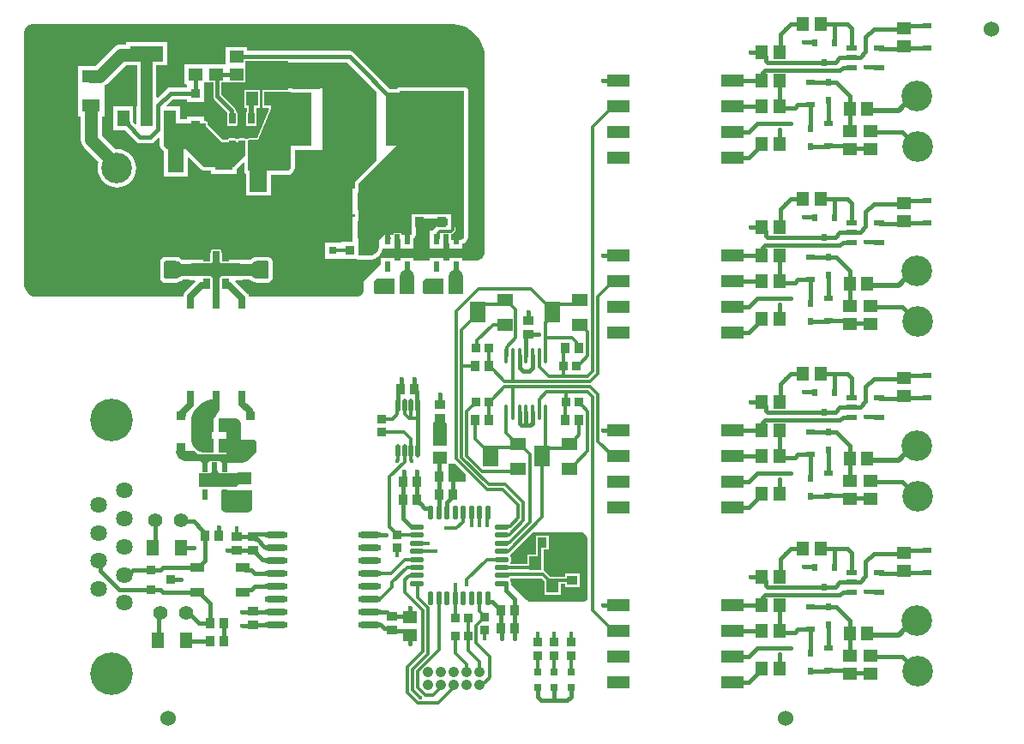
<source format=gtl>
G04*
G04 #@! TF.GenerationSoftware,Altium Limited,Altium Designer,20.1.11 (218)*
G04*
G04 Layer_Physical_Order=1*
G04 Layer_Color=255*
%FSLAX25Y25*%
%MOIN*%
G70*
G04*
G04 #@! TF.SameCoordinates,E05B7615-A689-4D55-AF3B-A3F2CC959951*
G04*
G04*
G04 #@! TF.FilePolarity,Positive*
G04*
G01*
G75*
%ADD24R,0.03543X0.03937*%
%ADD25R,0.04528X0.05315*%
%ADD26R,0.02165X0.03937*%
%ADD27R,0.03347X0.03740*%
%ADD28R,0.03150X0.03150*%
%ADD29R,0.07087X0.05118*%
%ADD30R,0.05118X0.07087*%
%ADD31R,0.02600X0.04400*%
%ADD32R,0.03937X0.03543*%
%ADD33O,0.01968X0.05315*%
%ADD34R,0.06299X0.05118*%
%ADD35R,0.06299X0.07874*%
%ADD36O,0.01378X0.06299*%
%ADD37R,0.04724X0.06496*%
%ADD38R,0.05315X0.04528*%
G04:AMPARAMS|DCode=39|XSize=23.62mil|YSize=41.34mil|CornerRadius=1.18mil|HoleSize=0mil|Usage=FLASHONLY|Rotation=180.000|XOffset=0mil|YOffset=0mil|HoleType=Round|Shape=RoundedRectangle|*
%AMROUNDEDRECTD39*
21,1,0.02362,0.03898,0,0,180.0*
21,1,0.02126,0.04134,0,0,180.0*
1,1,0.00236,-0.01063,0.01949*
1,1,0.00236,0.01063,0.01949*
1,1,0.00236,0.01063,-0.01949*
1,1,0.00236,-0.01063,-0.01949*
%
%ADD39ROUNDEDRECTD39*%
%ADD40R,0.06693X0.09843*%
G04:AMPARAMS|DCode=41|XSize=23.62mil|YSize=43.31mil|CornerRadius=1.18mil|HoleSize=0mil|Usage=FLASHONLY|Rotation=0.000|XOffset=0mil|YOffset=0mil|HoleType=Round|Shape=RoundedRectangle|*
%AMROUNDEDRECTD41*
21,1,0.02362,0.04095,0,0,0.0*
21,1,0.02126,0.04331,0,0,0.0*
1,1,0.00236,0.01063,-0.02047*
1,1,0.00236,-0.01063,-0.02047*
1,1,0.00236,-0.01063,0.02047*
1,1,0.00236,0.01063,0.02047*
%
%ADD41ROUNDEDRECTD41*%
%ADD42R,0.11024X0.20866*%
%ADD43R,0.03740X0.03543*%
%ADD44R,0.06299X0.11417*%
%ADD45O,0.09055X0.02362*%
%ADD46O,0.02165X0.05709*%
%ADD47O,0.05709X0.02165*%
%ADD48R,0.03740X0.03347*%
%ADD49R,0.03150X0.03150*%
%ADD50R,0.04724X0.05512*%
%ADD51R,0.03937X0.02165*%
%ADD52R,0.09016X0.05118*%
%ADD53R,0.02362X0.02756*%
%ADD54R,0.05315X0.03543*%
%ADD55R,0.04724X0.06299*%
%ADD56R,0.12992X0.06299*%
%ADD57R,0.03347X0.03347*%
%ADD58R,0.03268X0.02461*%
%ADD59R,0.01968X0.03150*%
%ADD102C,0.01200*%
%ADD103C,0.01500*%
%ADD104C,0.04500*%
%ADD105C,0.05000*%
%ADD106C,0.02000*%
%ADD107C,0.02500*%
%ADD108C,0.06000*%
%ADD109C,0.04200*%
%ADD110C,0.11900*%
%ADD111C,0.05500*%
%ADD112C,0.06437*%
%ADD113C,0.16535*%
%ADD114C,0.01772*%
%ADD115C,0.15000*%
G36*
X292542Y419778D02*
X294188Y419337D01*
X295762Y418684D01*
X297238Y417832D01*
X298590Y416795D01*
X299795Y415590D01*
X300832Y414238D01*
X301684Y412762D01*
X302337Y411188D01*
X302778Y409542D01*
X303000Y407852D01*
X303000Y407000D01*
X303000Y407000D01*
X303000Y407000D01*
Y332000D01*
X303000Y331606D01*
X302846Y330833D01*
X302545Y330105D01*
X302107Y329450D01*
X301550Y328893D01*
X300895Y328455D01*
X300167Y328154D01*
X299468Y328015D01*
X299000Y328000D01*
X299000Y328000D01*
Y328000D01*
X294323D01*
Y329153D01*
X289158D01*
Y328000D01*
X286842D01*
Y329153D01*
X281677D01*
Y328000D01*
X275323Y328000D01*
Y329153D01*
X270158D01*
Y328000D01*
X267843D01*
Y329153D01*
X262677D01*
Y326677D01*
X256000Y320000D01*
X256000Y317000D01*
X256000Y316705D01*
X255885Y316125D01*
X255659Y315579D01*
X255330Y315088D01*
X254912Y314670D01*
X254421Y314341D01*
X253875Y314115D01*
X253462Y314033D01*
X253000Y314000D01*
X253000Y314000D01*
Y314000D01*
X211300Y314000D01*
Y315200D01*
X210650D01*
X210411Y315511D01*
X205952Y319971D01*
X206159Y320471D01*
X208000D01*
X208585Y320587D01*
X208891Y320791D01*
X211558D01*
X211847Y320535D01*
X211938Y320482D01*
X212012Y320408D01*
X212447Y320117D01*
X212586Y320059D01*
X212712Y319976D01*
X213333Y319718D01*
X213481Y319689D01*
X213620Y319631D01*
X214280Y319500D01*
X214430D01*
X214578Y319471D01*
X218250Y319471D01*
X218250Y319471D01*
X218399D01*
X218548Y319500D01*
X218550D01*
X218551Y319501D01*
X218985Y319587D01*
X219260Y319701D01*
X219756Y320033D01*
X219967Y320244D01*
X220299Y320740D01*
X220413Y321016D01*
X220529Y321601D01*
X220529Y327250D01*
X220490Y327447D01*
X220477Y327647D01*
X220363Y328072D01*
X220318Y328162D01*
X220299Y328260D01*
X220187Y328427D01*
X220098Y328607D01*
X220023Y328673D01*
X219967Y328756D01*
X219756Y328967D01*
X219451Y329171D01*
X219260Y329299D01*
X218985Y329413D01*
X218399Y329529D01*
X214914Y329529D01*
X214867Y329520D01*
X214820Y329526D01*
X214333Y329496D01*
X214232Y329470D01*
X214128D01*
X213620Y329369D01*
X213481Y329311D01*
X213333Y329282D01*
X212712Y329024D01*
X212586Y328941D01*
X212447Y328883D01*
X211888Y328509D01*
X211782Y328403D01*
X211656Y328319D01*
X211656Y328319D01*
X208726D01*
X208585Y328413D01*
X208000Y328529D01*
X201213D01*
Y331000D01*
X200500D01*
Y332000D01*
X200000Y332500D01*
X197000D01*
X196500Y332000D01*
Y331000D01*
X195787D01*
Y328529D01*
X189000D01*
X188415Y328413D01*
X188274Y328319D01*
X185568D01*
X185402Y328466D01*
X185311Y328519D01*
X185237Y328593D01*
X184803Y328883D01*
X184663Y328941D01*
X184538Y329024D01*
X183917Y329282D01*
X183769Y329311D01*
X183630Y329369D01*
X182970Y329500D01*
X182820D01*
X182672Y329529D01*
X179000Y329529D01*
X179000Y329529D01*
X178851D01*
X178266Y329413D01*
X177990Y329299D01*
X177494Y328967D01*
X177283Y328756D01*
X176951Y328260D01*
X176837Y327984D01*
X176721Y327399D01*
Y321601D01*
X176837Y321016D01*
X176837Y321016D01*
X176837Y321016D01*
X176951Y320740D01*
X177283Y320244D01*
X177494Y320033D01*
X177990Y319701D01*
X178266Y319587D01*
X178639Y319513D01*
X178851Y319471D01*
X182336Y319471D01*
X182383Y319480D01*
X182430Y319474D01*
X182917Y319504D01*
X183018Y319530D01*
X183122D01*
X183630Y319631D01*
X183769Y319689D01*
X183917Y319718D01*
X184538Y319976D01*
X184663Y320059D01*
X184803Y320117D01*
X185362Y320491D01*
X185468Y320597D01*
X185594Y320681D01*
X185704Y320791D01*
X188109D01*
X188415Y320587D01*
X189000Y320471D01*
X190341D01*
X190548Y319971D01*
X186589Y316011D01*
X186148Y315437D01*
X186050Y315200D01*
X185700D01*
Y314000D01*
X129000Y314000D01*
X128507Y314000D01*
X127542Y314192D01*
X126632Y314569D01*
X125813Y315116D01*
X125116Y315813D01*
X124569Y316632D01*
X124192Y317542D01*
X124000Y318508D01*
Y319000D01*
X124000Y319000D01*
X124000Y417000D01*
Y417296D01*
X124115Y417875D01*
X124341Y418421D01*
X124670Y418912D01*
X125088Y419330D01*
X125579Y419659D01*
X126125Y419885D01*
X126705Y420000D01*
X127000Y420000D01*
X127000Y420000D01*
X290000Y420000D01*
X290852D01*
X292542Y419778D01*
D02*
G37*
G36*
X218399Y328000D02*
X218675Y327886D01*
X218886Y327675D01*
X219000Y327250D01*
X219000Y327250D01*
X219000Y327250D01*
X219000Y321601D01*
X218886Y321325D01*
X218675Y321114D01*
X218399Y321000D01*
X218250D01*
X218250Y321000D01*
X214578Y321000D01*
X213918Y321131D01*
X213297Y321389D01*
X212862Y321679D01*
X212500Y322000D01*
X212500Y322489D01*
X212500Y327000D01*
X212738Y327238D01*
X213297Y327611D01*
X213918Y327869D01*
X214427Y327970D01*
X214914Y328000D01*
X214914Y328000D01*
X214914Y328000D01*
X218399Y328000D01*
D02*
G37*
G36*
X182672Y328000D02*
X183332Y327869D01*
X183953Y327611D01*
X184388Y327321D01*
X184750Y327000D01*
X184750Y326512D01*
X184750Y322000D01*
X184512Y321762D01*
X183953Y321389D01*
X183332Y321131D01*
X182823Y321030D01*
X182336Y321000D01*
X178851Y321000D01*
X178575Y321114D01*
X178364Y321325D01*
X178250Y321601D01*
Y327399D01*
X178364Y327675D01*
X178575Y327886D01*
X178851Y328000D01*
X179000D01*
X179000Y328000D01*
X182672Y328000D01*
D02*
G37*
G36*
X200500Y327000D02*
X208000D01*
Y322000D01*
X200500D01*
X199500Y321000D01*
X197500D01*
X196500Y322000D01*
X189000D01*
Y327000D01*
X196500D01*
X197500Y328000D01*
X199500D01*
X200500Y327000D01*
D02*
G37*
G36*
X287000Y315000D02*
X279801Y315000D01*
X279433Y315152D01*
X279152Y315434D01*
X279000Y315801D01*
X279000Y316000D01*
X279000Y320000D01*
X279106Y320456D01*
X279152Y320566D01*
X279433Y320848D01*
X279801Y321000D01*
X280000Y321000D01*
X287000Y321000D01*
Y315000D01*
D02*
G37*
G36*
X268000Y315000D02*
X260801Y315000D01*
X260434Y315152D01*
X260152Y315434D01*
X260000Y315801D01*
X260000Y316000D01*
X260000Y320000D01*
X260106Y320456D01*
X260152Y320566D01*
X260434Y320848D01*
X260801Y321000D01*
X261000Y321000D01*
X268000Y321000D01*
Y315000D01*
D02*
G37*
G36*
X292665Y324500D02*
X293071Y324338D01*
X293753Y323790D01*
X294243Y323066D01*
X294492Y322255D01*
X294500Y321794D01*
Y321793D01*
X294500D01*
X294500Y321793D01*
X294500Y315500D01*
X294500Y315401D01*
X294424Y315217D01*
X294414Y315207D01*
X294000Y315000D01*
Y315000D01*
X289401Y315000D01*
X289217Y315076D01*
X289076Y315217D01*
X289000Y315401D01*
Y322025D01*
X289222Y322874D01*
X289652Y323639D01*
X290261Y324271D01*
X290635Y324500D01*
X292665Y324500D01*
D02*
G37*
G36*
X273664D02*
X274071Y324338D01*
X274752Y323790D01*
X275243Y323066D01*
X275492Y322255D01*
X275500Y321794D01*
Y321793D01*
X275500D01*
X275500Y321793D01*
X275500Y315500D01*
X275500Y315401D01*
X275424Y315217D01*
X275414Y315207D01*
X275000Y315000D01*
Y315000D01*
X270401Y315000D01*
X270217Y315076D01*
X270076Y315217D01*
X270000Y315401D01*
Y322025D01*
X270222Y322874D01*
X270652Y323639D01*
X271261Y324271D01*
X271635Y324500D01*
X273664Y324500D01*
D02*
G37*
G36*
X197241Y274100D02*
X199446Y274100D01*
X199800Y273746D01*
X199800Y270130D01*
X198591Y267898D01*
X197000Y265860D01*
Y254000D01*
X197000Y253500D01*
X194000Y253500D01*
X193507Y253500D01*
X192541Y253692D01*
X191631Y254069D01*
X190812Y254616D01*
X190116Y255313D01*
X189569Y256132D01*
X189192Y257042D01*
X189000Y258008D01*
X189000Y258500D01*
X189000Y265827D01*
X189000D01*
X189000Y265827D01*
X189000Y266558D01*
X189285Y267991D01*
X189844Y269341D01*
X190656Y270556D01*
X191173Y271073D01*
X192049Y271949D01*
X192049Y271949D01*
X192049Y271949D01*
X192561Y272461D01*
X193763Y273264D01*
X195100Y273818D01*
X196518Y274100D01*
X197241Y274100D01*
D02*
G37*
G36*
X287952Y265048D02*
X288095Y264801D01*
X288198Y264521D01*
X288200Y264517D01*
X288200Y264039D01*
X288200Y260000D01*
X282800Y260000D01*
Y264584D01*
X282826Y264716D01*
X282878Y264841D01*
X282952Y264952D01*
X283000Y265000D01*
X283000Y265000D01*
X283500Y265500D01*
X287500D01*
X287952Y265048D01*
D02*
G37*
G36*
X205800Y266700D02*
X205800Y266700D01*
X205800Y266700D01*
X205807D01*
X206263Y266698D01*
X207103Y266350D01*
X207750Y265703D01*
X208100Y264858D01*
X208100Y264400D01*
X208100Y258500D01*
X213000Y258500D01*
X213000Y258500D01*
X213000Y258500D01*
X213000D01*
X213457Y258410D01*
X213680Y258317D01*
X214018Y257980D01*
X214200Y257539D01*
X214200Y257300D01*
X214200Y253700D01*
X211325Y250825D01*
X210426Y250224D01*
X209428Y249811D01*
X208368Y249600D01*
X200615Y249600D01*
X200269Y250200D01*
X195914Y250200D01*
X195414Y249500D01*
X193086D01*
X192586Y250200D01*
X186600Y250200D01*
X186245Y250200D01*
X185550Y250338D01*
X184895Y250610D01*
X184305Y251004D01*
X183804Y251505D01*
X183410Y252095D01*
X183138Y252750D01*
X183000Y253445D01*
X183000Y253800D01*
Y254000D01*
X190100Y254000D01*
X191400Y252700D01*
X202600Y252700D01*
X202600Y266346D01*
X202954Y266700D01*
X205800Y266700D01*
D02*
G37*
G36*
X295500Y245000D02*
Y242000D01*
X291830Y242000D01*
Y244000D01*
X291741Y244449D01*
X291487Y244829D01*
X291106Y245083D01*
X290657Y245173D01*
X290209Y245083D01*
X289828Y244829D01*
X289574Y244449D01*
X289500Y244076D01*
X289000Y244125D01*
Y249000D01*
X291500D01*
X295500Y245000D01*
D02*
G37*
G36*
X199100Y246000D02*
X199700Y245400D01*
X207100D01*
Y241200D01*
X206100Y240200D01*
X192000D01*
Y245400D01*
X196300D01*
X196900Y246000D01*
Y246300D01*
X199100D01*
Y246000D01*
D02*
G37*
G36*
X212500Y231900D02*
X212500Y231900D01*
X212500Y231522D01*
X212211Y230824D01*
X211676Y230289D01*
X210978Y230000D01*
X210600Y230000D01*
X202500Y230000D01*
X202500D01*
X202122Y230000D01*
X201424Y230289D01*
X200889Y230824D01*
X200600Y231522D01*
X200600Y231900D01*
X200600Y238800D01*
X212500D01*
X212500Y231900D01*
D02*
G37*
G36*
X321759Y222500D02*
X340000Y222500D01*
X340000Y222500D01*
X340000Y222500D01*
X340484Y222462D01*
X340875Y222385D01*
X341421Y222158D01*
X341912Y221830D01*
X342330Y221412D01*
X342658Y220921D01*
X342885Y220375D01*
X343000Y219795D01*
X343000Y219500D01*
X343000Y197500D01*
X343000Y197500D01*
Y197102D01*
X342695Y196367D01*
X342133Y195805D01*
X341398Y195500D01*
X341000D01*
X320762Y195500D01*
X320296Y195593D01*
X319856Y195775D01*
X319461Y196039D01*
X319293Y196207D01*
X313275Y202225D01*
X313325Y202476D01*
X313179Y203211D01*
X313000Y203479D01*
Y204573D01*
X324909D01*
X326154Y203327D01*
Y203281D01*
X326184Y203129D01*
Y198113D01*
X332509D01*
Y202415D01*
X334231D01*
Y201271D01*
X339769D01*
Y206414D01*
X334231D01*
Y205270D01*
X331812D01*
X331725Y205253D01*
X331109D01*
X331109Y205253D01*
X330971Y205225D01*
X328340D01*
X328339Y205226D01*
X328281Y205237D01*
X326509Y207009D01*
X326046Y207319D01*
X325816Y207365D01*
Y213887D01*
X325770D01*
Y215732D01*
X327914D01*
Y221269D01*
X322771D01*
Y215732D01*
X322915D01*
Y213887D01*
X319491D01*
Y210203D01*
X313000D01*
Y210923D01*
X313179Y211191D01*
X313325Y211925D01*
X313179Y212660D01*
X313000Y212928D01*
Y213914D01*
X321251Y222165D01*
X321251Y222165D01*
X321387Y222364D01*
X321523Y222453D01*
X321678Y222500D01*
X321759Y222500D01*
D02*
G37*
%LPC*%
G36*
X215619Y394458D02*
X209491D01*
Y387543D01*
X210405D01*
Y385859D01*
X210312Y385720D01*
X210241Y385362D01*
Y381268D01*
X210312Y380909D01*
X210515Y380606D01*
X210819Y380403D01*
X211177Y380332D01*
X213303D01*
X213661Y380403D01*
X213965Y380606D01*
X214168Y380909D01*
X214239Y381268D01*
Y385362D01*
X214168Y385720D01*
X214075Y385859D01*
Y387543D01*
X215619D01*
Y394458D01*
D02*
G37*
G36*
X179496Y413248D02*
X163504D01*
Y412208D01*
X161673D01*
X160629Y412070D01*
X159656Y411667D01*
X158820Y411026D01*
X158820Y411026D01*
X151597Y403802D01*
X150059D01*
X149797Y403768D01*
X144957D01*
Y395650D01*
Y392350D01*
Y384232D01*
X145966D01*
Y375108D01*
X145966Y375108D01*
X146103Y374064D01*
X146506Y373091D01*
X147147Y372255D01*
X152957Y366445D01*
X152658Y365460D01*
X152514Y364000D01*
X152658Y362540D01*
X153084Y361135D01*
X153776Y359841D01*
X154707Y358707D01*
X155841Y357776D01*
X157135Y357084D01*
X158539Y356658D01*
X160000Y356514D01*
X161460Y356658D01*
X162865Y357084D01*
X164159Y357776D01*
X165293Y358707D01*
X166224Y359841D01*
X166916Y361135D01*
X167342Y362540D01*
X167486Y364000D01*
X167342Y365460D01*
X166916Y366865D01*
X166224Y368159D01*
X165293Y369293D01*
X164159Y370224D01*
X162865Y370916D01*
X161460Y371342D01*
X160000Y371486D01*
X159388Y371426D01*
X154034Y376779D01*
Y384232D01*
X155043D01*
Y392350D01*
Y396174D01*
X155285Y396274D01*
X156121Y396915D01*
X163048Y403842D01*
X163504Y403949D01*
Y403949D01*
X167718D01*
Y388051D01*
X167638D01*
Y381260D01*
X167176Y381068D01*
X166325Y381919D01*
X166307Y382011D01*
Y388051D01*
X158583D01*
Y378752D01*
X163004D01*
X167378Y374378D01*
X168122Y373881D01*
X169000Y373706D01*
X173000D01*
X173878Y373881D01*
X174622Y374378D01*
X176209Y375964D01*
X176671Y375773D01*
Y372800D01*
X176787Y372215D01*
X177119Y371719D01*
X178350Y370487D01*
Y360846D01*
X187650D01*
Y368034D01*
X188111Y368226D01*
X192919Y363419D01*
X193415Y363087D01*
X194000Y362971D01*
X196457D01*
Y361650D01*
X206543D01*
Y363705D01*
X209009Y366171D01*
X209471Y365980D01*
Y363000D01*
X209587Y362415D01*
X209919Y361919D01*
X210154Y361761D01*
Y353453D01*
X219847D01*
Y361471D01*
X226500D01*
X227085Y361587D01*
X227581Y361919D01*
X228581Y362919D01*
X228913Y363415D01*
X229029Y364000D01*
Y371067D01*
X239933D01*
X240000Y371000D01*
Y395000D01*
X239000D01*
X238933Y394933D01*
X228280D01*
X228085Y395063D01*
X227500Y395180D01*
X226500D01*
Y394466D01*
X220000D01*
X219958Y394458D01*
X216381D01*
Y387543D01*
X218700D01*
X219034Y387042D01*
X214384Y375816D01*
X211354Y375816D01*
X211354Y375816D01*
X211041Y375754D01*
X210777Y375577D01*
X210753Y375553D01*
X210730Y375538D01*
X210370Y375435D01*
X210010Y375538D01*
X209921Y375597D01*
X209563Y375668D01*
X207437D01*
X207079Y375597D01*
X206775Y375394D01*
X206485D01*
X206181Y375597D01*
X205823Y375668D01*
X203697D01*
X203339Y375597D01*
X203035Y375394D01*
X202832Y375091D01*
X202814Y375000D01*
X201153D01*
X195316Y380838D01*
Y381500D01*
X195254Y381812D01*
X195077Y382077D01*
X194812Y382254D01*
X194500Y382316D01*
X194000D01*
Y383029D01*
X193870D01*
Y384071D01*
X187130D01*
Y383029D01*
X184417D01*
Y388051D01*
X179449D01*
X179257Y388513D01*
X181651Y390907D01*
X187130D01*
Y389929D01*
X193870D01*
Y396472D01*
X194000Y396585D01*
Y397500D01*
X195043D01*
Y397491D01*
X197420D01*
Y392000D01*
X197540Y391395D01*
X197882Y390882D01*
X202912Y385853D01*
Y385841D01*
X202832Y385720D01*
X202761Y385362D01*
Y381268D01*
X202832Y380909D01*
X203035Y380606D01*
X203339Y380403D01*
X203697Y380332D01*
X205823D01*
X206181Y380403D01*
X206485Y380606D01*
X206688Y380909D01*
X206759Y381268D01*
Y385362D01*
X206688Y385720D01*
X206485Y386024D01*
X206181Y386227D01*
X206073Y386248D01*
Y386507D01*
X205953Y387112D01*
X205610Y387625D01*
X200580Y392655D01*
Y397491D01*
X201958D01*
Y397500D01*
X203043D01*
Y397491D01*
X209958D01*
Y397957D01*
X210000Y398000D01*
Y405864D01*
X226500D01*
Y405151D01*
X249408D01*
X261000Y393559D01*
Y367163D01*
X252919Y359081D01*
X252587Y358585D01*
X252471Y358000D01*
Y356043D01*
X251650D01*
Y345957D01*
X252471D01*
Y345043D01*
X251650D01*
Y335370D01*
X247268D01*
Y335370D01*
X247028Y335075D01*
X240878D01*
Y328925D01*
X247028D01*
X247268Y328630D01*
Y328630D01*
X253350D01*
X253415Y328587D01*
X254000Y328471D01*
X258293Y328471D01*
X258354Y328483D01*
X258416Y328476D01*
X258900Y328515D01*
X258986Y328539D01*
X259075D01*
X259441Y328612D01*
X259580Y328670D01*
X259728Y328699D01*
X260259Y328919D01*
X260384Y329002D01*
X260523Y329060D01*
X261000Y329379D01*
X261107Y329486D01*
X261232Y329569D01*
X261435Y329772D01*
X261435Y329772D01*
X261874Y330211D01*
X261874Y330211D01*
X261875Y330212D01*
X261885Y330227D01*
X261901Y330238D01*
X262219Y330573D01*
X262290Y330684D01*
X262383Y330778D01*
X262803Y331405D01*
X262860Y331544D01*
X262944Y331670D01*
X263255Y332420D01*
X263284Y332567D01*
X263342Y332706D01*
X263369Y332846D01*
X267843D01*
Y336535D01*
X268103Y336587D01*
X268599Y336919D01*
X268756Y337154D01*
X269244D01*
X269401Y336919D01*
X269897Y336587D01*
X270158Y336535D01*
Y332846D01*
X275323D01*
Y336746D01*
X275581Y336919D01*
X275913Y337415D01*
X276029Y338000D01*
Y344471D01*
X288386D01*
Y341641D01*
X285445D01*
X284626Y341478D01*
X283931Y341014D01*
X283228Y340311D01*
X282876Y339784D01*
X281677D01*
Y332846D01*
X286842D01*
Y336591D01*
X286884Y336798D01*
Y337359D01*
X288471D01*
Y336000D01*
X288587Y335415D01*
X288919Y334919D01*
X289158Y334759D01*
Y332846D01*
X294323D01*
Y334728D01*
X294718Y334891D01*
X295214Y335223D01*
X295777Y335786D01*
X295777Y335786D01*
X295777Y335786D01*
X295942Y336032D01*
X296109Y336282D01*
X296109Y336282D01*
X296109Y336282D01*
X296413Y337017D01*
X296413Y337017D01*
X296413Y337017D01*
X296464Y337275D01*
X296529Y337602D01*
X296529Y337602D01*
X296529Y337602D01*
X296529Y338000D01*
X296529Y394000D01*
X296413Y394585D01*
X296081Y395081D01*
X295585Y395413D01*
X295000Y395529D01*
X270000D01*
X269415Y395413D01*
X268919Y395081D01*
X268819Y394933D01*
X266114D01*
X251980Y409067D01*
X251236Y409564D01*
X250358Y409739D01*
X210658D01*
Y411209D01*
X202343D01*
Y404319D01*
X186343D01*
Y396791D01*
X186762D01*
X187130Y396472D01*
Y395495D01*
X180701D01*
X179823Y395320D01*
X179079Y394823D01*
X175744Y391489D01*
X175282Y391680D01*
Y403949D01*
X179496D01*
Y413248D01*
D02*
G37*
%LPD*%
G36*
X194500Y380500D02*
X201000Y374000D01*
X209700D01*
Y369025D01*
X205175Y364500D01*
X194000D01*
X187000Y371500D01*
X179500Y371500D01*
X178200Y372800D01*
Y381500D01*
X180262D01*
X180555Y381442D01*
X180849Y381500D01*
X194500D01*
Y380500D01*
D02*
G37*
G36*
X227500Y364000D02*
X226500Y363000D01*
X211000D01*
Y368000D01*
Y374646D01*
X211354Y375000D01*
X214929Y375000D01*
X220000Y387243D01*
Y393650D01*
X227500D01*
Y364000D01*
D02*
G37*
G36*
X295000Y338000D02*
X295000Y337602D01*
X294695Y336867D01*
X294133Y336304D01*
X293398Y336000D01*
X293000Y336000D01*
X290000Y336000D01*
Y338507D01*
X290256Y338558D01*
X290587Y338779D01*
X291290Y339482D01*
X291511Y339813D01*
X291588Y340203D01*
Y341489D01*
X292378Y342279D01*
X292600Y342610D01*
X292677Y343000D01*
X292600Y343390D01*
X292378Y343721D01*
X292048Y343942D01*
X291657Y344020D01*
X291267Y343942D01*
X290936Y343721D01*
X290462Y343246D01*
X290000Y343438D01*
Y346000D01*
X274500D01*
Y338000D01*
X270483D01*
Y338684D01*
X267517D01*
Y338000D01*
X264000D01*
X262000Y336000D01*
X262000Y334207D01*
X262000Y333801D01*
X261842Y333005D01*
X261531Y332255D01*
X261112Y331628D01*
X260793Y331293D01*
X260793Y331293D01*
X260793Y331293D01*
X260793Y331293D01*
X260353Y330854D01*
X260151Y330651D01*
X259673Y330332D01*
X259143Y330112D01*
X258777Y330039D01*
X258293Y330000D01*
X258293Y330000D01*
X258293Y330000D01*
X254000Y330000D01*
X254000Y358000D01*
X270000Y374000D01*
Y381341D01*
X270526Y381446D01*
X271072Y381810D01*
X271436Y382356D01*
X271564Y383000D01*
Y387921D01*
X271436Y388565D01*
X271072Y389111D01*
X270526Y389475D01*
X270000Y389580D01*
Y394000D01*
X295000D01*
X295000Y338000D01*
D02*
G37*
%LPC*%
G36*
X272342Y344020D02*
X271952Y343942D01*
X271622Y343721D01*
X271095Y343195D01*
X270874Y342864D01*
X270797Y342474D01*
X270874Y342084D01*
X271095Y341753D01*
X271426Y341532D01*
X271816Y341454D01*
X272206Y341532D01*
X272537Y341753D01*
X273063Y342279D01*
X273285Y342610D01*
X273362Y343000D01*
X273285Y343390D01*
X273063Y343721D01*
X272733Y343942D01*
X272342Y344020D01*
D02*
G37*
%LPD*%
D24*
X277658Y343000D02*
D03*
X272342D02*
D03*
X290657Y237000D02*
D03*
X285343D02*
D03*
X290657Y244000D02*
D03*
X285343D02*
D03*
X291657Y343000D02*
D03*
X286343D02*
D03*
X270342Y278000D02*
D03*
X275658D02*
D03*
X334343Y266000D02*
D03*
X339657D02*
D03*
X304658D02*
D03*
X299342D02*
D03*
X304658Y287000D02*
D03*
X299342D02*
D03*
X334343Y294000D02*
D03*
X339657D02*
D03*
X201658Y180000D02*
D03*
X196343D02*
D03*
X325342Y218500D02*
D03*
X330658D02*
D03*
X199657Y221000D02*
D03*
X194343D02*
D03*
X196343Y187000D02*
D03*
X201658D02*
D03*
X314657Y192000D02*
D03*
X309343D02*
D03*
X271342Y242000D02*
D03*
X276658D02*
D03*
X314657Y185000D02*
D03*
X309343D02*
D03*
X276658Y235000D02*
D03*
X271342D02*
D03*
D25*
X265555Y318000D02*
D03*
X272445D02*
D03*
X284555D02*
D03*
X291445D02*
D03*
X451594Y183000D02*
D03*
X444705D02*
D03*
X451594Y251000D02*
D03*
X444705D02*
D03*
X451594Y319000D02*
D03*
X444705D02*
D03*
X451594Y387000D02*
D03*
X444705D02*
D03*
X417445Y169500D02*
D03*
X410555D02*
D03*
X417445Y237500D02*
D03*
X410555D02*
D03*
X417445Y305500D02*
D03*
X410555D02*
D03*
X417445Y373500D02*
D03*
X410555D02*
D03*
Y194000D02*
D03*
X417445D02*
D03*
X410555Y262000D02*
D03*
X417445D02*
D03*
X410555Y330000D02*
D03*
X417445D02*
D03*
X410555Y398000D02*
D03*
X417445D02*
D03*
X410555Y205000D02*
D03*
X417445D02*
D03*
X410555Y273000D02*
D03*
X417445D02*
D03*
X410555Y341000D02*
D03*
X417445D02*
D03*
X410555Y409000D02*
D03*
X417445D02*
D03*
X410555Y184000D02*
D03*
X417445D02*
D03*
X410555Y252000D02*
D03*
X417445D02*
D03*
X410555Y320000D02*
D03*
X417445D02*
D03*
X410555Y388000D02*
D03*
X417445D02*
D03*
X201945Y256000D02*
D03*
X195055D02*
D03*
X201945Y264000D02*
D03*
X195055D02*
D03*
X219445Y391000D02*
D03*
X212555D02*
D03*
X433445Y216000D02*
D03*
X426555D02*
D03*
X433445Y284000D02*
D03*
X426555D02*
D03*
X433445Y352000D02*
D03*
X426555D02*
D03*
X433445Y420000D02*
D03*
X426555D02*
D03*
D26*
X291740Y336315D02*
D03*
X288000D02*
D03*
X284260D02*
D03*
Y325685D02*
D03*
X291740D02*
D03*
X272740Y336315D02*
D03*
X269000D02*
D03*
X265260D02*
D03*
Y325685D02*
D03*
X272740D02*
D03*
X201740Y237185D02*
D03*
X194260D02*
D03*
Y247815D02*
D03*
X198000D02*
D03*
X201740D02*
D03*
D27*
X255559Y332000D02*
D03*
X250441D02*
D03*
X334441Y273000D02*
D03*
X339559D02*
D03*
X304559D02*
D03*
X299441D02*
D03*
X304559Y294000D02*
D03*
X299441D02*
D03*
X333441Y287000D02*
D03*
X338559D02*
D03*
X291441Y182000D02*
D03*
X296559D02*
D03*
X296559Y189000D02*
D03*
X291441D02*
D03*
D28*
X243953Y332000D02*
D03*
X238047D02*
D03*
D29*
X150000Y388291D02*
D03*
Y399709D02*
D03*
X201500Y354291D02*
D03*
Y365709D02*
D03*
D30*
X244291Y351000D02*
D03*
X255709D02*
D03*
X244291Y340000D02*
D03*
X255709D02*
D03*
D31*
X188500Y275500D02*
D03*
X208500D02*
D03*
X198500D02*
D03*
X188500Y311500D02*
D03*
X208500D02*
D03*
X198500D02*
D03*
D32*
X213000Y191657D02*
D03*
Y186343D02*
D03*
X285500Y266843D02*
D03*
Y272158D02*
D03*
X320000Y304658D02*
D03*
Y299342D02*
D03*
X213000Y215342D02*
D03*
Y220657D02*
D03*
X337000Y203842D02*
D03*
Y209157D02*
D03*
X206500Y220657D02*
D03*
Y215342D02*
D03*
X267000Y184343D02*
D03*
Y189657D02*
D03*
D33*
X276839Y271760D02*
D03*
X274279D02*
D03*
X271721D02*
D03*
X269161D02*
D03*
X276839Y254240D02*
D03*
X274279D02*
D03*
X271721D02*
D03*
X269161D02*
D03*
D34*
X335709Y247079D02*
D03*
Y256921D02*
D03*
X315709Y247079D02*
D03*
Y256921D02*
D03*
X310709Y303079D02*
D03*
Y312921D02*
D03*
X339709Y303079D02*
D03*
Y312921D02*
D03*
D35*
X325276Y252000D02*
D03*
X305276D02*
D03*
X300276Y308000D02*
D03*
X329276D02*
D03*
D36*
X326677Y291022D02*
D03*
X324118D02*
D03*
X321559D02*
D03*
X319000D02*
D03*
X316441D02*
D03*
X313882D02*
D03*
X311323D02*
D03*
X326677Y268975D02*
D03*
X324118D02*
D03*
X321559D02*
D03*
X319000D02*
D03*
X316441D02*
D03*
X313882D02*
D03*
X311323D02*
D03*
D37*
X173988Y216500D02*
D03*
X185012D02*
D03*
X175988Y180500D02*
D03*
X187012D02*
D03*
D38*
X187000Y331445D02*
D03*
Y324555D02*
D03*
X198500Y400555D02*
D03*
Y407445D02*
D03*
X285500Y258445D02*
D03*
Y251555D02*
D03*
X453000Y167555D02*
D03*
Y174445D02*
D03*
Y235555D02*
D03*
Y242445D02*
D03*
Y303555D02*
D03*
Y310445D02*
D03*
Y371555D02*
D03*
Y378445D02*
D03*
X190500Y400555D02*
D03*
Y407445D02*
D03*
X206500Y400555D02*
D03*
Y407445D02*
D03*
X274000Y182555D02*
D03*
Y189445D02*
D03*
X209500Y236555D02*
D03*
Y243445D02*
D03*
X210000Y324555D02*
D03*
Y331445D02*
D03*
X466000Y214445D02*
D03*
Y207555D02*
D03*
Y282445D02*
D03*
Y275555D02*
D03*
Y350445D02*
D03*
Y343555D02*
D03*
Y418445D02*
D03*
Y411555D02*
D03*
X445000Y174445D02*
D03*
Y167555D02*
D03*
Y242445D02*
D03*
Y235555D02*
D03*
Y310445D02*
D03*
Y303555D02*
D03*
Y378445D02*
D03*
Y371555D02*
D03*
D39*
X194760Y319185D02*
D03*
X198500D02*
D03*
X202240D02*
D03*
Y329815D02*
D03*
X194760D02*
D03*
X198500D02*
D03*
D40*
X215000Y359874D02*
D03*
Y344126D02*
D03*
D41*
X212240Y383315D02*
D03*
X208500D02*
D03*
X204760D02*
D03*
Y372685D02*
D03*
X212240D02*
D03*
X208500D02*
D03*
D42*
X230118Y383000D02*
D03*
X269882D02*
D03*
D43*
X185000Y267701D02*
D03*
Y255299D02*
D03*
X212000Y267701D02*
D03*
Y255299D02*
D03*
X190500Y393201D02*
D03*
Y380799D02*
D03*
D44*
X183000Y349945D02*
D03*
Y368055D02*
D03*
D45*
X221693Y221500D02*
D03*
Y216500D02*
D03*
Y211500D02*
D03*
Y206500D02*
D03*
Y201500D02*
D03*
Y196500D02*
D03*
Y191500D02*
D03*
Y186500D02*
D03*
X258307Y221500D02*
D03*
Y216500D02*
D03*
Y211500D02*
D03*
Y206500D02*
D03*
Y201500D02*
D03*
Y196500D02*
D03*
Y191500D02*
D03*
Y186500D02*
D03*
D46*
X304024Y196866D02*
D03*
X300874D02*
D03*
X297724D02*
D03*
X294575D02*
D03*
X291425D02*
D03*
X288276D02*
D03*
X285126D02*
D03*
X281976D02*
D03*
Y230134D02*
D03*
X285126D02*
D03*
X288276D02*
D03*
X291425D02*
D03*
X294575D02*
D03*
X297724D02*
D03*
X300874D02*
D03*
X304024D02*
D03*
D47*
X276366Y202476D02*
D03*
Y205626D02*
D03*
Y208776D02*
D03*
Y211925D02*
D03*
Y215075D02*
D03*
Y218224D02*
D03*
Y221374D02*
D03*
Y224524D02*
D03*
X309634D02*
D03*
Y221374D02*
D03*
Y218224D02*
D03*
Y215075D02*
D03*
Y211925D02*
D03*
Y208776D02*
D03*
Y205626D02*
D03*
Y202476D02*
D03*
D48*
X263000Y261441D02*
D03*
Y266559D02*
D03*
X269000Y216441D02*
D03*
Y221559D02*
D03*
X330000Y179618D02*
D03*
Y174500D02*
D03*
X323500Y179618D02*
D03*
Y174500D02*
D03*
X336500D02*
D03*
Y179618D02*
D03*
X303000Y184441D02*
D03*
Y189559D02*
D03*
D49*
X330000Y168012D02*
D03*
Y162106D02*
D03*
X323500D02*
D03*
Y168012D02*
D03*
X336500D02*
D03*
Y162106D02*
D03*
D50*
X329346Y201669D02*
D03*
X322654D02*
D03*
X329346Y210331D02*
D03*
X322654D02*
D03*
D51*
X456315Y206740D02*
D03*
Y199260D02*
D03*
X445685D02*
D03*
Y203000D02*
D03*
Y206740D02*
D03*
X456315Y274740D02*
D03*
Y267260D02*
D03*
X445685D02*
D03*
Y271000D02*
D03*
Y274740D02*
D03*
X456315Y342740D02*
D03*
Y335260D02*
D03*
X445685D02*
D03*
Y339000D02*
D03*
Y342740D02*
D03*
X456315Y410740D02*
D03*
Y403260D02*
D03*
X445685D02*
D03*
Y407000D02*
D03*
Y410740D02*
D03*
D52*
X354854Y194000D02*
D03*
Y184000D02*
D03*
Y174000D02*
D03*
Y164000D02*
D03*
X399146Y194000D02*
D03*
Y184000D02*
D03*
Y174000D02*
D03*
Y164000D02*
D03*
X354854Y262000D02*
D03*
Y252000D02*
D03*
Y242000D02*
D03*
Y232000D02*
D03*
X399146Y262000D02*
D03*
Y252000D02*
D03*
Y242000D02*
D03*
Y232000D02*
D03*
X354854Y330000D02*
D03*
Y320000D02*
D03*
Y310000D02*
D03*
Y300000D02*
D03*
X399146Y330000D02*
D03*
Y320000D02*
D03*
Y310000D02*
D03*
Y300000D02*
D03*
X354854Y398000D02*
D03*
Y388000D02*
D03*
Y378000D02*
D03*
Y368000D02*
D03*
X399146Y398000D02*
D03*
Y388000D02*
D03*
Y378000D02*
D03*
Y368000D02*
D03*
D53*
X438740Y208937D02*
D03*
X431260D02*
D03*
X435000Y201063D02*
D03*
X438740Y276937D02*
D03*
X431260D02*
D03*
X435000Y269063D02*
D03*
X438740Y344937D02*
D03*
X431260D02*
D03*
X435000Y337063D02*
D03*
X438740Y412937D02*
D03*
X431260D02*
D03*
X435000Y405063D02*
D03*
D54*
X191043Y199079D02*
D03*
Y208921D02*
D03*
X208957D02*
D03*
Y199079D02*
D03*
D55*
X162445Y383402D02*
D03*
X171500D02*
D03*
X180555D02*
D03*
D56*
X171500Y408598D02*
D03*
D57*
X173063Y207740D02*
D03*
Y200260D02*
D03*
X180937Y204000D02*
D03*
D58*
X475000Y215380D02*
D03*
Y206620D02*
D03*
Y283380D02*
D03*
Y274620D02*
D03*
Y351380D02*
D03*
Y342620D02*
D03*
Y419380D02*
D03*
Y410620D02*
D03*
X429500Y184620D02*
D03*
Y193380D02*
D03*
Y252620D02*
D03*
Y261380D02*
D03*
Y320620D02*
D03*
Y329380D02*
D03*
Y388620D02*
D03*
Y397380D02*
D03*
X436500Y168620D02*
D03*
Y177380D02*
D03*
Y236620D02*
D03*
Y245380D02*
D03*
Y304620D02*
D03*
Y313380D02*
D03*
Y372620D02*
D03*
Y381380D02*
D03*
D59*
X429500Y175543D02*
D03*
Y168457D02*
D03*
Y243543D02*
D03*
Y236457D02*
D03*
Y311543D02*
D03*
Y304457D02*
D03*
Y379543D02*
D03*
Y372457D02*
D03*
X436500Y193543D02*
D03*
Y186457D02*
D03*
Y261543D02*
D03*
Y254457D02*
D03*
Y329543D02*
D03*
Y322457D02*
D03*
Y397543D02*
D03*
Y390457D02*
D03*
D102*
X280845Y218000D02*
X281000D01*
X280661Y218185D02*
X280845Y218000D01*
X276406Y218185D02*
X280661D01*
X276366Y218224D02*
X276406Y218185D01*
X266000Y224402D02*
Y244000D01*
Y224402D02*
X267730Y222672D01*
Y222632D02*
Y222672D01*
Y222632D02*
X268803Y221559D01*
X266000Y244000D02*
X271721Y249721D01*
Y254240D01*
X243953Y332000D02*
X250441D01*
X292000Y251000D02*
Y308500D01*
X304000Y239000D02*
X310000D01*
X292000Y251000D02*
X304000Y239000D01*
X304500Y241000D02*
X311000D01*
X294000Y251500D02*
Y287000D01*
Y251500D02*
X304500Y241000D01*
X285234Y236892D02*
X285343Y237000D01*
X285126Y230134D02*
X285234Y230242D01*
X285343Y251398D02*
X285500Y251555D01*
X285445Y339500D02*
X289866D01*
X290569Y340203D01*
Y341911D01*
X291657Y343000D01*
X284742Y336798D02*
Y338797D01*
X285445Y339500D01*
X284260Y336315D02*
X284742Y336798D01*
X265260Y336315D02*
X265742Y336798D01*
X271816Y342474D02*
X272342Y343000D01*
X300500Y317000D02*
X321000D01*
X292000Y308500D02*
X300500Y317000D01*
X410555Y169106D02*
Y169500D01*
X352906Y184000D02*
X354854D01*
X410555Y237106D02*
Y237500D01*
X352906Y252000D02*
X354854D01*
X410555Y305106D02*
Y305500D01*
X352906Y320000D02*
X354854D01*
X336500Y179618D02*
X336500Y179618D01*
Y182923D01*
X336423Y183000D02*
X336500Y182923D01*
X344000Y279000D02*
X347000Y276000D01*
Y257906D02*
X352906Y252000D01*
X347000Y257906D02*
Y276000D01*
X343000Y277000D02*
X345000Y275000D01*
Y192000D02*
X350946Y186054D01*
X345000Y192000D02*
Y275000D01*
X334441Y277000D02*
X343000D01*
X334000D02*
X334441D01*
X344000Y281000D02*
X347000Y284000D01*
Y314094D02*
X352906Y320000D01*
X347000Y284000D02*
Y314094D01*
X343000Y283000D02*
X345000Y285000D01*
Y380095D02*
X352906Y388000D01*
X345000Y285000D02*
Y380095D01*
X333441Y283000D02*
X343000D01*
X352906Y388000D02*
X354854D01*
X410555Y373106D02*
Y373500D01*
X206500Y220657D02*
Y224000D01*
X323500Y168012D02*
Y174500D01*
X330000Y168012D02*
Y174500D01*
X336500Y168012D02*
Y174500D01*
X323500Y179618D02*
Y182983D01*
X323483Y183000D02*
X323500Y182983D01*
X330000Y179618D02*
Y183000D01*
X288000Y224000D02*
X292000D01*
X294500Y226500D02*
Y230059D01*
X292000Y224000D02*
X294500Y226500D01*
X304000Y230110D02*
X304024Y230134D01*
X304000Y225000D02*
Y230110D01*
X300874Y225281D02*
Y230134D01*
Y225281D02*
X301000Y225155D01*
Y225000D02*
Y225155D01*
X297724Y225430D02*
Y230134D01*
Y225430D02*
X298000Y225155D01*
Y225000D02*
Y225155D01*
X304024Y230134D02*
Y232167D01*
X296000Y202000D02*
Y204000D01*
X303925Y211925D01*
X309634D01*
X268803Y221559D02*
X274148D01*
X274333Y221374D01*
X276366D01*
X294500Y230059D02*
X294575Y230134D01*
X274279Y250375D02*
Y254240D01*
Y250375D02*
X274500Y250155D01*
Y250000D02*
Y250155D01*
X269161Y250316D02*
Y254240D01*
X269000Y250155D02*
X269161Y250316D01*
X269000Y250000D02*
Y250155D01*
X269014Y268514D02*
Y271613D01*
X263000Y266559D02*
X267059D01*
X269014Y268514D01*
Y271613D02*
X269161Y271760D01*
X291425Y202041D02*
X291500Y202116D01*
X273360Y266640D02*
X276839D01*
X271721Y268280D02*
Y271760D01*
Y268280D02*
X273360Y266640D01*
X274279Y266991D02*
X274631Y266640D01*
X274279Y266991D02*
Y271760D01*
X263000Y261441D02*
X271559D01*
X274279Y254240D02*
Y258720D01*
X271559Y261441D02*
X274279Y258720D01*
X277000Y197000D02*
X281000Y193000D01*
X276366Y202476D02*
X276554D01*
X277000Y202030D01*
Y197000D02*
Y202030D01*
X272000Y199000D02*
X279000Y192000D01*
X272000Y204000D02*
X273441Y205441D01*
X272000Y199000D02*
Y204000D01*
X273441Y205441D02*
X276181D01*
X276366Y205626D01*
X268994Y213399D02*
X269000Y213405D01*
Y216441D01*
X258307Y206500D02*
X266500D01*
X271925Y211925D02*
X276366D01*
X266500Y206500D02*
X271925Y211925D01*
X291425Y196866D02*
Y202041D01*
X296559Y182000D02*
Y189000D01*
X296559Y189000D02*
X296559Y189000D01*
X291441Y189000D02*
Y196850D01*
X291425Y196866D02*
X291441Y196850D01*
X303000Y181000D02*
Y184441D01*
X299500Y179500D02*
Y186059D01*
X301730Y188289D01*
X302803Y189559D02*
X303000D01*
X301730Y188486D02*
X302803Y189559D01*
X301730Y188289D02*
Y188486D01*
X300874Y191634D02*
Y196866D01*
X302803Y189559D02*
X302949D01*
X301730Y190632D02*
X302803Y189559D01*
X301730Y190632D02*
Y190778D01*
X300874Y191634D02*
X301730Y190778D01*
X318000Y227000D02*
Y234000D01*
X312559Y221559D02*
X318000Y227000D01*
X311000Y241000D02*
X318000Y234000D01*
X312540Y218409D02*
X320500Y226369D01*
X318258Y254962D02*
X320500Y252720D01*
Y226369D02*
Y252720D01*
X312708Y224708D02*
X316000Y228000D01*
X310000Y239000D02*
X316000Y233000D01*
Y228000D02*
Y233000D01*
X318258Y254962D02*
Y254962D01*
X312202Y215202D02*
X325276Y228276D01*
Y252000D01*
X314000Y271602D02*
Y279000D01*
X313882Y268975D02*
Y271484D01*
X314000Y271602D01*
X310559Y279000D02*
X314000D01*
X344000D01*
X343000Y291000D02*
Y300378D01*
X338559Y287000D02*
Y287197D01*
X339632Y288270D01*
X340270D01*
X343000Y291000D01*
X340299Y303079D02*
X343000Y300378D01*
X294000Y287000D02*
Y301000D01*
Y287000D02*
X299342D01*
X321000Y317000D02*
X326663Y311337D01*
X297663Y304663D02*
X297726D01*
X294000Y301000D02*
X297663Y304663D01*
X326677Y298000D02*
Y303960D01*
Y291022D02*
Y298000D01*
X309634Y224524D02*
X309819Y224708D01*
X312708D01*
X309634Y221374D02*
X309819Y221559D01*
X312559D01*
X300276Y307213D02*
Y308000D01*
X297726Y304663D02*
X300276Y307213D01*
X315000Y298000D02*
Y309221D01*
X311323Y291022D02*
X311357Y291056D01*
Y294357D01*
X315000Y298000D01*
X311299Y312921D02*
X315000Y309221D01*
X302825Y311000D02*
X308787D01*
X310709Y312921D01*
X311299D01*
X304559Y286902D02*
X305829Y285631D01*
X306026D01*
X310658Y281000D01*
X313882D01*
X304559Y286902D02*
Y294000D01*
X306079Y303079D02*
X310709D01*
X299967Y296967D02*
X306079Y303079D01*
X299441Y294000D02*
X299967Y294526D01*
Y296967D01*
X326663Y311337D02*
X326726D01*
X329276Y308000D02*
Y308787D01*
X326726Y311337D02*
X329276Y308787D01*
X309819Y218409D02*
X312540D01*
X309634Y218224D02*
X309819Y218409D01*
X315709Y256921D02*
X316299D01*
X318258Y254962D01*
X325976Y253488D02*
X326677Y254189D01*
X309761Y215202D02*
X312202D01*
X313159Y258880D02*
X315118Y256921D01*
X311323Y261012D02*
Y268975D01*
Y261012D02*
X313159Y259176D01*
X315118Y256921D02*
X315709D01*
X313159Y258880D02*
Y259176D01*
X337787Y311000D02*
X339709Y312921D01*
X329276Y308450D02*
X331825Y311000D01*
X337787D01*
X326726Y305450D02*
X329276Y308000D01*
X326677Y254189D02*
X327488Y255000D01*
X333787D02*
X335709Y256921D01*
X327488Y255000D02*
X333787D01*
X307825Y255337D02*
X314124D01*
X299342Y258720D02*
Y266000D01*
X314124Y255337D02*
X315709Y256921D01*
X305276Y252787D02*
X307825Y255337D01*
X305276Y252000D02*
Y252787D01*
X299342Y258720D02*
X305276Y252787D01*
X296000Y252000D02*
X302000Y246000D01*
X296000Y252000D02*
Y269559D01*
X302000Y246000D02*
X314630D01*
X315709Y247079D01*
X299441Y272803D02*
Y273000D01*
X298368Y271730D02*
X299441Y272803D01*
X298171Y271730D02*
X298368D01*
X296000Y269559D02*
X298171Y271730D01*
X304559Y273197D02*
X304658Y273098D01*
Y266000D02*
Y273098D01*
X304559Y273197D02*
X305632Y274270D01*
X305829D01*
X310559Y279000D01*
X313882Y281000D02*
Y291022D01*
Y281000D02*
X344000D01*
X338258Y258880D02*
Y258880D01*
X339657Y260279D02*
Y266000D01*
X338258Y258880D02*
X339657Y260279D01*
X326677Y254189D02*
Y268975D01*
X343000Y254000D02*
Y269559D01*
X340632Y271730D02*
X340829D01*
X339559Y272803D02*
Y273000D01*
Y272803D02*
X340632Y271730D01*
X340829D02*
X343000Y269559D01*
X338258Y249038D02*
Y249258D01*
X343000Y254000D01*
X336299Y247079D02*
X338258Y249038D01*
X335709Y247079D02*
X336299D01*
X327000Y277000D02*
X334000D01*
X334441Y273000D02*
Y276559D01*
X334000Y277000D02*
X334441Y276559D01*
X334343Y266000D02*
Y272902D01*
X336299Y256921D02*
X338258Y258880D01*
X334343Y272902D02*
X334441Y273000D01*
X326726Y304009D02*
Y305450D01*
X326677Y303960D02*
X326726Y304009D01*
X327000Y298000D02*
X337000D01*
X338486Y295172D02*
X339657Y294000D01*
X338486Y295172D02*
Y296514D01*
X337000Y298000D02*
X338486Y296514D01*
X339709Y303079D02*
X340299D01*
X333000Y283000D02*
X333441D01*
X328000D02*
X333000D01*
X333441Y283441D02*
Y287000D01*
X333000Y283000D02*
X333441Y283441D01*
Y287000D02*
Y293098D01*
X334343Y294000D01*
X324152Y286848D02*
Y290988D01*
Y286848D02*
X328000Y283000D01*
X324118Y291022D02*
X324152Y290988D01*
X324118Y274118D02*
X327000Y277000D01*
X324118Y268975D02*
Y274118D01*
X198500Y400555D02*
X199000Y400055D01*
X311586Y206000D02*
X325500D01*
X309960D02*
X311586D01*
X322654Y210331D02*
X324342Y212020D01*
X321098Y208776D02*
X322654Y210331D01*
X299500Y179500D02*
X305000Y174000D01*
Y166000D02*
Y174000D01*
X301000Y163000D02*
X301812D01*
X302870Y164058D01*
X303058D01*
X305000Y166000D01*
X296559Y176441D02*
X301000Y172000D01*
X296559Y176441D02*
Y182000D01*
X301000Y168000D02*
Y172000D01*
X291441Y175559D02*
Y182000D01*
X296000Y168000D02*
Y171000D01*
X291441Y175559D02*
X296000Y171000D01*
X276366Y215075D02*
X276441Y215000D01*
X284000D01*
X285000Y156000D02*
X289942Y160942D01*
X273000Y160000D02*
X277000Y156000D01*
X285000D01*
X273000Y160000D02*
Y170000D01*
X275000Y161000D02*
X278000Y158000D01*
X275000Y169000D02*
X281000Y175000D01*
Y193000D01*
X273000Y170000D02*
X279000Y176000D01*
Y192000D01*
X291000Y162188D02*
Y163000D01*
X289942Y161130D02*
X291000Y162188D01*
X289942Y160942D02*
Y161130D01*
X283000Y159000D02*
X284942Y160942D01*
X280000Y159000D02*
X283000D01*
X284942Y161130D02*
X286000Y162188D01*
X284942Y160942D02*
Y161130D01*
X277000Y162000D02*
X280000Y159000D01*
X285126Y176726D02*
Y196866D01*
X277000Y168600D02*
X285126Y176726D01*
X277000Y162000D02*
Y168600D01*
X286000Y162188D02*
Y163000D01*
X275000Y161000D02*
Y169000D01*
X258472Y196665D02*
X262665D01*
X267000Y201000D02*
Y203000D01*
X262665Y196665D02*
X267000Y201000D01*
X272776Y208776D02*
X276366D01*
X267000Y203000D02*
X272776Y208776D01*
X221535Y221657D02*
X221693Y221500D01*
X329346Y202063D02*
X331109Y203825D01*
X331812Y203842D02*
X337000D01*
X331794Y203825D02*
X331812Y203842D01*
X331109Y203825D02*
X331794D01*
X324342Y212020D02*
Y217500D01*
X325342Y218500D01*
X309634Y208776D02*
X321098D01*
X325500Y206000D02*
X327734Y203766D01*
D103*
X271500Y242158D02*
Y246000D01*
X271342Y242000D02*
X271500Y242158D01*
X285500Y272158D02*
Y276000D01*
X288276Y230134D02*
Y234033D01*
X289636Y235393D01*
Y235978D01*
X290657Y237000D01*
Y244000D01*
X285234Y230242D02*
Y236892D01*
X285343Y237000D02*
Y244000D01*
Y251398D01*
X176000Y388500D02*
X180701Y393201D01*
X176000Y379000D02*
Y388500D01*
X173000Y376000D02*
X176000Y379000D01*
X277679Y233782D02*
X277718D01*
X279624Y231876D02*
X281669D01*
X277718Y233782D02*
X279624Y231876D01*
X276658Y234803D02*
X277679Y233782D01*
X281669Y231876D02*
X281976Y231569D01*
Y230134D02*
Y231569D01*
X444230Y168620D02*
X445000Y167850D01*
X465445Y207295D02*
X466120Y206620D01*
X464650Y206500D02*
X465445Y207295D01*
X436500Y168620D02*
X444230D01*
X436418Y168538D02*
X436500Y168620D01*
X429582Y168538D02*
X436418D01*
X429500Y168457D02*
X429582Y168538D01*
X436418Y193462D02*
X436500Y193543D01*
X429582Y193462D02*
X436418D01*
X429500Y193380D02*
X429582Y193462D01*
X429500Y175543D02*
Y184620D01*
X466120Y206620D02*
X475000D01*
X467230Y215380D02*
X475000D01*
X466000Y214150D02*
X467230Y215380D01*
X445000Y167850D02*
X453000D01*
X439457Y193543D02*
X445000Y188000D01*
Y183000D02*
Y188000D01*
X436500Y193543D02*
X439457D01*
X445000Y174150D02*
Y183000D01*
X470791Y168318D02*
X471024D01*
X472024D01*
X465109Y174000D02*
X470791Y168318D01*
X453150Y174000D02*
X465109D01*
X453000Y174150D02*
X453150Y174000D01*
X424620Y184620D02*
X429500D01*
X423500Y183500D02*
X424620Y184620D01*
X417945Y183500D02*
X423500D01*
X417445Y184000D02*
X417945Y183500D01*
X427063Y201063D02*
X435000D01*
X427000Y201000D02*
X427063Y201063D01*
X410537Y205018D02*
X410555Y205000D01*
X412069Y201879D02*
Y203486D01*
X410555Y205000D02*
X412069Y203486D01*
X412948Y201000D02*
X427000D01*
X412069Y201879D02*
X412948Y201000D01*
X417445Y184000D02*
Y194000D01*
X410555D02*
X411000Y194445D01*
X426956Y208944D02*
X431252D01*
X431260Y208937D01*
X426949Y208952D02*
X426956Y208944D01*
X418555Y169945D02*
X419000Y169500D01*
X417445Y174959D02*
X417500Y175014D01*
X417445Y169500D02*
X417555Y169610D01*
X417445Y169500D02*
Y174959D01*
X405449Y164000D02*
X410555Y169106D01*
X399146Y164000D02*
X405449D01*
X406028Y205018D02*
X410537D01*
X406000Y184000D02*
X410555D01*
X399146D02*
X406000D01*
X399146Y194000D02*
X410555D01*
X349000D02*
X354854D01*
X438575Y216000D02*
X438740Y215835D01*
X444000Y216000D02*
X445685Y214315D01*
X438740Y208937D02*
Y215835D01*
X445685Y206740D02*
Y214315D01*
X438575Y216000D02*
X444000D01*
X433150D02*
X438575D01*
X454150Y214150D02*
X466000D01*
X451000Y205500D02*
Y211000D01*
X454150Y214150D01*
X448709Y203209D02*
X451000Y205500D01*
X445894Y203209D02*
X448709D01*
X445685Y203000D02*
X445894Y203209D01*
X441000Y203000D02*
X445685D01*
X439063Y201063D02*
X441000Y203000D01*
X435000Y201063D02*
X439063D01*
X442260Y199260D02*
X445685D01*
X441000Y198000D02*
X442260Y199260D01*
X412000Y198000D02*
X441000D01*
X411000Y194445D02*
Y197000D01*
X412000Y198000D01*
X451000Y199500D02*
X456075D01*
X422000Y216000D02*
X426850D01*
X456075Y199500D02*
X456315Y199260D01*
X420000Y214000D02*
X422000Y216000D01*
X418000Y212000D02*
X420000Y214000D01*
X417445Y205000D02*
X418000Y205555D01*
Y212000D01*
X461000Y206500D02*
X464650D01*
X456315Y206740D02*
X456555Y206500D01*
X461000D01*
X436500Y180200D02*
Y186457D01*
X409000Y177500D02*
X422000D01*
X436500Y177380D02*
Y180200D01*
X405500Y174000D02*
X409000Y177500D01*
X399146Y174000D02*
X405500D01*
X444230Y236620D02*
X445000Y235850D01*
X465445Y275295D02*
X466120Y274620D01*
X464650Y274500D02*
X465445Y275295D01*
X436500Y236620D02*
X444230D01*
X436418Y236538D02*
X436500Y236620D01*
X429582Y236538D02*
X436418D01*
X429500Y236457D02*
X429582Y236538D01*
X436418Y261462D02*
X436500Y261543D01*
X429582Y261462D02*
X436418D01*
X429500Y261380D02*
X429582Y261462D01*
X429500Y243543D02*
Y252620D01*
X466120Y274620D02*
X475000D01*
X467230Y283380D02*
X475000D01*
X466000Y282150D02*
X467230Y283380D01*
X445000Y235850D02*
X453000D01*
X439457Y261543D02*
X445000Y256000D01*
Y251000D02*
Y256000D01*
X436500Y261543D02*
X439457D01*
X445000Y242150D02*
Y251000D01*
X470791Y236318D02*
X471024D01*
X472024D01*
X465109Y242000D02*
X470791Y236318D01*
X453150Y242000D02*
X465109D01*
X453000Y242150D02*
X453150Y242000D01*
X424620Y252620D02*
X429500D01*
X423500Y251500D02*
X424620Y252620D01*
X417945Y251500D02*
X423500D01*
X417445Y252000D02*
X417945Y251500D01*
X427063Y269063D02*
X435000D01*
X427000Y269000D02*
X427063Y269063D01*
X410537Y273018D02*
X410555Y273000D01*
X412069Y269879D02*
Y271486D01*
X410555Y273000D02*
X412069Y271486D01*
X412948Y269000D02*
X427000D01*
X412069Y269879D02*
X412948Y269000D01*
X417445Y252000D02*
Y262000D01*
X410555D02*
X411000Y262445D01*
X426956Y276944D02*
X431252D01*
X431260Y276937D01*
X426949Y276952D02*
X426956Y276944D01*
X418555Y237945D02*
X419000Y237500D01*
X417445Y242959D02*
X417500Y243015D01*
X417445Y237500D02*
X417555Y237610D01*
X417445Y237500D02*
Y242959D01*
X405449Y232000D02*
X410555Y237106D01*
X399146Y232000D02*
X405449D01*
X406028Y273018D02*
X410537D01*
X406000Y252000D02*
X410555D01*
X399146D02*
X406000D01*
X399146Y262000D02*
X410555D01*
X349000D02*
X354854D01*
X438575Y284000D02*
X438740Y283835D01*
X444000Y284000D02*
X445685Y282315D01*
X438740Y276937D02*
Y283835D01*
X445685Y274740D02*
Y282315D01*
X438575Y284000D02*
X444000D01*
X433150D02*
X438575D01*
X454150Y282150D02*
X466000D01*
X451000Y273500D02*
Y279000D01*
X454150Y282150D01*
X448709Y271209D02*
X451000Y273500D01*
X445894Y271209D02*
X448709D01*
X445685Y271000D02*
X445894Y271209D01*
X441000Y271000D02*
X445685D01*
X439063Y269063D02*
X441000Y271000D01*
X435000Y269063D02*
X439063D01*
X442260Y267260D02*
X445685D01*
X441000Y266000D02*
X442260Y267260D01*
X412000Y266000D02*
X441000D01*
X411000Y262445D02*
Y265000D01*
X412000Y266000D01*
X451000Y267500D02*
X456075D01*
X422000Y284000D02*
X426850D01*
X456075Y267500D02*
X456315Y267260D01*
X420000Y282000D02*
X422000Y284000D01*
X418000Y280000D02*
X420000Y282000D01*
X417445Y273000D02*
X418000Y273555D01*
Y280000D01*
X461000Y274500D02*
X464650D01*
X456315Y274740D02*
X456555Y274500D01*
X461000D01*
X436500Y248200D02*
Y254457D01*
X409000Y245500D02*
X422000D01*
X436500Y245380D02*
Y248200D01*
X405500Y242000D02*
X409000Y245500D01*
X399146Y242000D02*
X405500D01*
X444230Y304620D02*
X445000Y303850D01*
X465445Y343295D02*
X466120Y342620D01*
X464650Y342500D02*
X465445Y343295D01*
X436500Y304620D02*
X444230D01*
X436418Y304538D02*
X436500Y304620D01*
X429582Y304538D02*
X436418D01*
X429500Y304457D02*
X429582Y304538D01*
X436418Y329462D02*
X436500Y329543D01*
X429582Y329462D02*
X436418D01*
X429500Y329380D02*
X429582Y329462D01*
X429500Y311543D02*
Y320620D01*
X466120Y342620D02*
X475000D01*
X467230Y351380D02*
X475000D01*
X466000Y350150D02*
X467230Y351380D01*
X445000Y303850D02*
X453000D01*
X439457Y329543D02*
X445000Y324000D01*
Y319000D02*
Y324000D01*
X436500Y329543D02*
X439457D01*
X445000Y310150D02*
Y319000D01*
X470791Y304318D02*
X471024D01*
X472024D01*
X465109Y310000D02*
X470791Y304318D01*
X453150Y310000D02*
X465109D01*
X453000Y310150D02*
X453150Y310000D01*
X424620Y320620D02*
X429500D01*
X423500Y319500D02*
X424620Y320620D01*
X417945Y319500D02*
X423500D01*
X417445Y320000D02*
X417945Y319500D01*
X427063Y337063D02*
X435000D01*
X427000Y337000D02*
X427063Y337063D01*
X410537Y341018D02*
X410555Y341000D01*
X412069Y337879D02*
Y339486D01*
X410555Y341000D02*
X412069Y339486D01*
X412948Y337000D02*
X427000D01*
X412069Y337879D02*
X412948Y337000D01*
X417445Y320000D02*
Y330000D01*
X410555D02*
X411000Y330445D01*
X426956Y344944D02*
X431252D01*
X431260Y344937D01*
X426949Y344952D02*
X426956Y344944D01*
X418555Y305945D02*
X419000Y305500D01*
X417445Y310959D02*
X417500Y311015D01*
X417445Y305500D02*
X417555Y305610D01*
X417445Y305500D02*
Y310959D01*
X405449Y300000D02*
X410555Y305106D01*
X399146Y300000D02*
X405449D01*
X406028Y341018D02*
X410537D01*
X406000Y320000D02*
X410555D01*
X399146D02*
X406000D01*
X399146Y330000D02*
X410555D01*
X349000D02*
X354854D01*
X438575Y352000D02*
X438740Y351835D01*
X444000Y352000D02*
X445685Y350315D01*
X438740Y344937D02*
Y351835D01*
X445685Y342740D02*
Y350315D01*
X438575Y352000D02*
X444000D01*
X433150D02*
X438575D01*
X454150Y350150D02*
X466000D01*
X451000Y341500D02*
Y347000D01*
X454150Y350150D01*
X448709Y339209D02*
X451000Y341500D01*
X445894Y339209D02*
X448709D01*
X445685Y339000D02*
X445894Y339209D01*
X441000Y339000D02*
X445685D01*
X439063Y337063D02*
X441000Y339000D01*
X435000Y337063D02*
X439063D01*
X442260Y335260D02*
X445685D01*
X441000Y334000D02*
X442260Y335260D01*
X412000Y334000D02*
X441000D01*
X411000Y330445D02*
Y333000D01*
X412000Y334000D01*
X451000Y335500D02*
X456075D01*
X422000Y352000D02*
X426850D01*
X456075Y335500D02*
X456315Y335260D01*
X420000Y350000D02*
X422000Y352000D01*
X418000Y348000D02*
X420000Y350000D01*
X417445Y341000D02*
X418000Y341555D01*
Y348000D01*
X461000Y342500D02*
X464650D01*
X456315Y342740D02*
X456555Y342500D01*
X461000D01*
X436500Y316200D02*
Y322457D01*
X409000Y313500D02*
X422000D01*
X436500Y313380D02*
Y316200D01*
X405500Y310000D02*
X409000Y313500D01*
X399146Y310000D02*
X405500D01*
X321559Y286359D02*
Y291022D01*
X320252Y285052D02*
X321559Y286359D01*
X319052Y285052D02*
X320252D01*
X319000Y285000D02*
X319052Y285052D01*
X316441Y286459D02*
Y291022D01*
Y286459D02*
X317848Y285052D01*
X318948D01*
X319000Y285000D01*
X349000Y398000D02*
X354854D01*
X169000Y376000D02*
X173000D01*
X164057Y380943D02*
Y381789D01*
X162445Y383402D02*
X164057Y381789D01*
Y380943D02*
X169000Y376000D01*
X180701Y393201D02*
X190500D01*
X275552Y278105D02*
Y281948D01*
X275500Y282000D02*
X275552Y281948D01*
X270448Y278105D02*
Y281948D01*
X270500Y282000D01*
X270342Y278000D02*
X270448Y278105D01*
X275552D02*
X275658Y278000D01*
X444230Y372620D02*
X445000Y371850D01*
X465445Y411295D02*
X466120Y410620D01*
X464650Y410500D02*
X465445Y411295D01*
X436500Y372620D02*
X444230D01*
X436418Y372538D02*
X436500Y372620D01*
X429582Y372538D02*
X436418D01*
X429500Y372457D02*
X429582Y372538D01*
X436418Y397462D02*
X436500Y397543D01*
X429582Y397462D02*
X436418D01*
X429500Y397380D02*
X429582Y397462D01*
X429500Y379543D02*
Y388620D01*
X466120Y410620D02*
X475000D01*
X467230Y419380D02*
X475000D01*
X466000Y418150D02*
X467230Y419380D01*
X445000Y371850D02*
X453000D01*
X439457Y397543D02*
X445000Y392000D01*
Y387000D02*
Y392000D01*
X436500Y397543D02*
X439457D01*
X445000Y378150D02*
Y387000D01*
X470791Y372318D02*
X471024D01*
X472024D01*
X465109Y378000D02*
X470791Y372318D01*
X453150Y378000D02*
X465109D01*
X453000Y378150D02*
X453150Y378000D01*
X424620Y388620D02*
X429500D01*
X423500Y387500D02*
X424620Y388620D01*
X417945Y387500D02*
X423500D01*
X417445Y388000D02*
X417945Y387500D01*
X427063Y405063D02*
X435000D01*
X427000Y405000D02*
X427063Y405063D01*
X410537Y409018D02*
X410555Y409000D01*
X412069Y405879D02*
Y407486D01*
X410555Y409000D02*
X412069Y407486D01*
X412948Y405000D02*
X427000D01*
X412069Y405879D02*
X412948Y405000D01*
X417445Y388000D02*
Y398000D01*
X410555D02*
X411000Y398445D01*
X426956Y412944D02*
X431252D01*
X431260Y412937D01*
X426949Y412952D02*
X426956Y412944D01*
X418555Y373945D02*
X419000Y373500D01*
X417445Y378959D02*
X417500Y379014D01*
X417445Y373500D02*
X417555Y373610D01*
X417445Y373500D02*
Y378959D01*
X405449Y368000D02*
X410555Y373106D01*
X399146Y368000D02*
X405449D01*
X406028Y409018D02*
X410537D01*
X406000Y388000D02*
X410555D01*
X399146D02*
X406000D01*
X399146Y398000D02*
X410555D01*
X438575Y420000D02*
X444000D01*
X445685Y418315D01*
X438740Y412937D02*
Y419835D01*
X445685Y410740D02*
Y418315D01*
X438575Y420000D02*
X438740Y419835D01*
X433150Y420000D02*
X438575D01*
X454150Y418150D02*
X466000D01*
X451000Y409500D02*
Y415000D01*
X454150Y418150D01*
X448709Y407209D02*
X451000Y409500D01*
X445894Y407209D02*
X448709D01*
X445685Y407000D02*
X445894Y407209D01*
X441000Y407000D02*
X445685D01*
X439063Y405063D02*
X441000Y407000D01*
X435000Y405063D02*
X439063D01*
X442260Y403260D02*
X445685D01*
X441000Y402000D02*
X442260Y403260D01*
X412000Y402000D02*
X441000D01*
X411000Y398445D02*
Y401000D01*
X412000Y402000D01*
X451000Y403500D02*
X456075D01*
X422000Y420000D02*
X426850D01*
X456075Y403500D02*
X456315Y403260D01*
X420000Y418000D02*
X422000Y420000D01*
X418000Y416000D02*
X420000Y418000D01*
X417445Y409000D02*
X418000Y409555D01*
Y416000D01*
X461000Y410500D02*
X464650D01*
X456315Y410740D02*
X456555Y410500D01*
X461000D01*
X436500Y384200D02*
Y390457D01*
X409000Y381500D02*
X422000D01*
X436500Y381380D02*
Y384200D01*
X405500Y378000D02*
X409000Y381500D01*
X399146Y378000D02*
X405500D01*
X320000Y299342D02*
X320158Y299500D01*
X324000D01*
X212842Y191500D02*
X213000Y191657D01*
X208500Y191500D02*
X212842D01*
X213158D02*
X221693D01*
X213000Y191657D02*
X213158Y191500D01*
X213000Y186343D02*
X221535D01*
X212657Y186000D02*
X213000Y186343D01*
X209000Y186000D02*
X212657D01*
X221535Y186343D02*
X221693Y186500D01*
X201658Y180000D02*
Y187000D01*
X213000Y221657D02*
X221535D01*
X206500Y220657D02*
X213000D01*
X206500Y215342D02*
X213000D01*
X221528Y216665D02*
X221693Y216500D01*
X213000Y220657D02*
X214022Y219636D01*
X214364D01*
X217335Y216665D01*
X221528D01*
X216678Y211665D02*
X221528D01*
X213000Y215342D02*
X213197D01*
X214218Y214124D02*
X216678Y211665D01*
X213197Y215342D02*
X214218Y214321D01*
Y214124D02*
Y214321D01*
X203000Y215500D02*
X206343D01*
X206500Y215342D01*
X199629Y221029D02*
X199657Y221000D01*
X199629Y221029D02*
Y224471D01*
X199600Y224500D02*
X199629Y224471D01*
X180937Y204000D02*
X185000D01*
X204493Y383582D02*
Y386507D01*
Y383582D02*
X204760Y383315D01*
X199000Y392000D02*
X204493Y386507D01*
X199000Y392000D02*
Y400055D01*
X330020Y157020D02*
X335020D01*
X336500Y158500D02*
Y162106D01*
X335020Y157020D02*
X336500Y158500D01*
X323500Y158500D02*
Y162106D01*
Y158500D02*
X325000Y157000D01*
X330000D01*
X330020Y157020D01*
X330000Y157000D02*
Y162106D01*
X269321Y273719D02*
Y276978D01*
X269161Y271760D02*
Y273560D01*
X269321Y273719D01*
Y276978D02*
X270342Y278000D01*
X276679Y273719D02*
Y276978D01*
X276839Y266640D02*
Y273560D01*
X276679Y273719D02*
X276839Y273560D01*
X275658Y278000D02*
X276679Y276978D01*
X270342Y278803D02*
Y279000D01*
X276839Y254240D02*
Y266640D01*
X275658Y278803D02*
Y279000D01*
X274000Y179000D02*
Y182555D01*
X258307Y186500D02*
X258472Y186335D01*
X262665D01*
X263868Y185132D01*
X266210D01*
X267342Y184000D01*
X258307Y191500D02*
X264961D01*
X266803Y189657D01*
X273787D01*
X272555Y184000D02*
X274000Y182555D01*
X267342Y184000D02*
X272555D01*
X274000Y189445D02*
Y193000D01*
X273787Y189657D02*
X274000Y189445D01*
X276658Y234803D02*
Y242000D01*
X274476Y224524D02*
X276366D01*
X271342Y227658D02*
Y235000D01*
Y227658D02*
X274476Y224524D01*
X271342Y235000D02*
Y242000D01*
X276500Y242158D02*
Y246000D01*
Y242158D02*
X276658Y242000D01*
X311321Y199679D02*
Y202381D01*
X314657Y192000D02*
Y196343D01*
X311321Y199679D02*
X314657Y196343D01*
Y185000D02*
Y192000D01*
X309343D02*
Y192197D01*
X308321Y193219D02*
X309343Y192197D01*
X308124Y193219D02*
X308321D01*
X305992Y195350D02*
X308124Y193219D01*
X304331Y195350D02*
X305992D01*
X304024Y195658D02*
X304331Y195350D01*
X304024Y195658D02*
Y196866D01*
X314500Y181000D02*
Y184843D01*
X314657Y185000D01*
X309343D02*
X309500Y184843D01*
Y181000D02*
Y184843D01*
X309343Y185000D02*
Y192000D01*
X320000Y304658D02*
Y308000D01*
X319000Y291022D02*
Y298342D01*
X320000Y299342D01*
X321559Y264879D02*
Y268975D01*
X320680Y264000D02*
X321559Y264879D01*
X317319Y264000D02*
X320680D01*
X316441Y264879D02*
Y268975D01*
Y264879D02*
X317319Y264000D01*
X319000Y264000D02*
Y268975D01*
X309634Y215075D02*
X309761Y215202D01*
X198500Y400555D02*
X206500D01*
Y407445D02*
X250358D01*
X269882Y387921D01*
X180555Y382614D02*
Y383402D01*
X190500Y393201D02*
Y400555D01*
X258307Y221500D02*
X264500D01*
X311226Y202476D02*
X311321Y202381D01*
X309634Y205626D02*
X311586D01*
X309634D02*
X309761Y205753D01*
X258307Y196500D02*
X258472Y196665D01*
X185012Y216500D02*
X190000D01*
X193000Y180000D02*
X195343D01*
X187512D02*
X193000D01*
X192951Y209943D02*
X194343Y211335D01*
X192951Y209943D02*
Y209943D01*
X194343Y211335D02*
Y220500D01*
X177921Y208921D02*
X191929D01*
X192951Y209943D01*
X187235Y190235D02*
X188765D01*
X192000Y187000D02*
X196343D01*
X188765Y190235D02*
X192000Y187000D01*
X192951Y198049D02*
Y198057D01*
X196343Y187197D02*
Y194658D01*
X192951Y198049D02*
X196343Y194658D01*
X178000Y199000D02*
X192008D01*
X192951Y198057D01*
X185364Y226636D02*
X189864D01*
X193321Y223179D01*
Y222022D02*
Y223179D01*
Y222022D02*
X194343Y221000D01*
X175000Y217512D02*
Y227000D01*
X173988Y216500D02*
X175000Y217512D01*
X185000Y227000D02*
X185364Y226636D01*
X187012Y180500D02*
X187512Y180000D01*
X186512Y181000D02*
X187012Y180500D01*
X213500Y206500D02*
X221693D01*
X208957Y208921D02*
X209978Y207900D01*
X212101D01*
X213500Y206500D01*
X221687Y201500D02*
X221690Y201497D01*
X213500Y201500D02*
X221687D01*
X208957Y199079D02*
X209978Y200100D01*
X212100D01*
X213500Y201500D01*
X176740Y207740D02*
X177921Y208921D01*
X166171Y207740D02*
X173063D01*
X176740D01*
X175988Y180500D02*
X176235Y180746D01*
Y190765D01*
X175000Y227000D02*
X175012D01*
X160740Y200260D02*
X173063D01*
X153678Y207322D02*
X160740Y200260D01*
X153000Y211378D02*
X153678Y210700D01*
Y207322D02*
Y210700D01*
X163000Y205906D02*
X164336D01*
X166171Y207740D01*
X173323Y200000D02*
X177000D01*
X178000Y199000D01*
X173063Y200260D02*
X173323Y200000D01*
X221528Y211665D02*
X221693Y211500D01*
X327734Y203281D02*
X329346Y201669D01*
X327734Y203281D02*
Y203766D01*
X221690Y201497D02*
X221693Y201500D01*
D104*
X171500Y383402D02*
Y408598D01*
D105*
X150059Y399768D02*
X153268D01*
X161673Y408173D01*
X171075D01*
X171500Y408598D01*
X150000Y399709D02*
X150059Y399768D01*
X160000Y364000D02*
Y365108D01*
X150000Y375108D02*
X160000Y365108D01*
X150000Y375108D02*
Y388291D01*
D106*
X472321Y187026D02*
X472976Y187682D01*
X469343Y188000D02*
X471000D01*
X463843Y182500D02*
X469343Y188000D01*
X451799Y182500D02*
X463843D01*
X451299Y183000D02*
X451799Y182500D01*
X472642Y168000D02*
X473000D01*
X472321Y255026D02*
X472976Y255682D01*
X469343Y256000D02*
X471000D01*
X463843Y250500D02*
X469343Y256000D01*
X451799Y250500D02*
X463843D01*
X451299Y251000D02*
X451799Y250500D01*
X472642Y236000D02*
X473000D01*
X472321Y323026D02*
X472976Y323682D01*
X469343Y324000D02*
X471000D01*
X463843Y318500D02*
X469343Y324000D01*
X451799Y318500D02*
X463843D01*
X451299Y319000D02*
X451799Y318500D01*
X472642Y304000D02*
X473000D01*
X472321Y391026D02*
X472976Y391682D01*
X469343Y392000D02*
X471000D01*
X463843Y386500D02*
X469343Y392000D01*
X451799Y386500D02*
X463843D01*
X451299Y387000D02*
X451799Y386500D01*
X472642Y372000D02*
X473000D01*
X211555Y390000D02*
X212240Y389315D01*
Y383315D02*
Y389315D01*
D107*
X188550Y311550D02*
Y314050D01*
X192868Y318368D02*
X194691D01*
X188550Y314050D02*
X192868Y318368D01*
X203815Y318185D02*
X208450Y313550D01*
X202309Y318368D02*
X203522D01*
X203705Y318185D01*
X203815D01*
X269882Y383000D02*
Y387921D01*
X198500Y311500D02*
Y318185D01*
X211380Y268222D02*
Y269620D01*
X208500Y275500D02*
X208550Y275450D01*
X211902Y267701D02*
X212000D01*
X211380Y268222D02*
X211902Y267701D01*
X208550Y272450D02*
X211380Y269620D01*
X208550Y272450D02*
Y275450D01*
X188500Y272000D02*
Y275500D01*
X185000Y267701D02*
X185098D01*
X185620Y268222D01*
Y269120D01*
X188500Y272000D01*
Y311500D02*
X188550Y311550D01*
X208450D02*
Y313550D01*
Y311550D02*
X208500Y311500D01*
D108*
X420000Y150000D02*
D03*
X180000D02*
D03*
X500000Y418000D02*
D03*
D109*
X301000Y168000D02*
D03*
Y163000D02*
D03*
X296000Y168000D02*
D03*
Y163000D02*
D03*
X291000Y168000D02*
D03*
Y163000D02*
D03*
X286000Y168000D02*
D03*
Y163000D02*
D03*
X281000Y168000D02*
D03*
Y163000D02*
D03*
D110*
X160000Y364000D02*
D03*
X160024Y344318D02*
D03*
X471024Y168318D02*
D03*
X471000Y188000D02*
D03*
X471024Y236318D02*
D03*
X471000Y256000D02*
D03*
X471024Y304318D02*
D03*
X471000Y324000D02*
D03*
X471024Y372318D02*
D03*
X471000Y392000D02*
D03*
D111*
X175000Y227000D02*
D03*
X185000D02*
D03*
X177000Y191000D02*
D03*
X187000D02*
D03*
D112*
X153000Y233150D02*
D03*
Y222244D02*
D03*
Y211378D02*
D03*
Y200472D02*
D03*
X163000Y195000D02*
D03*
Y205906D02*
D03*
Y216811D02*
D03*
Y227716D02*
D03*
Y238622D02*
D03*
D113*
X158000Y167598D02*
D03*
Y266024D02*
D03*
D114*
X281000Y218000D02*
D03*
X271500Y246000D02*
D03*
X183000Y405000D02*
D03*
X152885Y414868D02*
D03*
X136885Y382868D02*
D03*
X233000Y415000D02*
D03*
X244000Y400000D02*
D03*
X220000Y336000D02*
D03*
X215000Y337500D02*
D03*
X299000Y334000D02*
D03*
X290000Y412000D02*
D03*
X300000Y389000D02*
D03*
X300004Y364141D02*
D03*
X300000Y343000D02*
D03*
X279000Y337000D02*
D03*
X282000Y343000D02*
D03*
X265000Y331000D02*
D03*
X269000D02*
D03*
X273000D02*
D03*
X292000D02*
D03*
X288000D02*
D03*
X284000D02*
D03*
X285500Y276000D02*
D03*
X294000Y244000D02*
D03*
X290500Y247500D02*
D03*
X286611Y263074D02*
D03*
X284500Y263000D02*
D03*
X261500Y319500D02*
D03*
Y316500D02*
D03*
X280500D02*
D03*
Y319500D02*
D03*
X274000Y322000D02*
D03*
X271500D02*
D03*
X290500D02*
D03*
X293000D02*
D03*
X261000Y343000D02*
D03*
Y337000D02*
D03*
X238000D02*
D03*
Y340000D02*
D03*
X261000D02*
D03*
X426949Y208952D02*
D03*
X417500Y174514D02*
D03*
X406028Y205018D02*
D03*
X406000Y184000D02*
D03*
X349000Y194000D02*
D03*
X451000Y199500D02*
D03*
X420000Y214000D02*
D03*
X461000Y206500D02*
D03*
X436500Y180200D02*
D03*
X422000Y177500D02*
D03*
X426949Y276952D02*
D03*
X417500Y242514D02*
D03*
X406028Y273018D02*
D03*
X406000Y252000D02*
D03*
X349000Y262000D02*
D03*
X451000Y267500D02*
D03*
X420000Y282000D02*
D03*
X461000Y274500D02*
D03*
X436500Y248200D02*
D03*
X422000Y245500D02*
D03*
X426949Y344952D02*
D03*
X417500Y310514D02*
D03*
X406028Y341018D02*
D03*
X406000Y320000D02*
D03*
X349000Y330000D02*
D03*
X451000Y335500D02*
D03*
X420000Y350000D02*
D03*
X461000Y342500D02*
D03*
X436500Y316200D02*
D03*
X422000Y313500D02*
D03*
X277000Y376000D02*
D03*
Y380000D02*
D03*
Y384000D02*
D03*
Y388000D02*
D03*
X336423Y183000D02*
D03*
X193000Y270000D02*
D03*
X198000D02*
D03*
X349000Y398000D02*
D03*
X210000Y336000D02*
D03*
X203500Y394500D02*
D03*
X216000Y400000D02*
D03*
X229000D02*
D03*
X207500Y389500D02*
D03*
X196000Y394500D02*
D03*
X197500Y385000D02*
D03*
X204500Y378000D02*
D03*
X209000D02*
D03*
X212500D02*
D03*
X275500Y282000D02*
D03*
X270500D02*
D03*
X183000Y415000D02*
D03*
X197000D02*
D03*
X426949Y412952D02*
D03*
X417500Y378515D02*
D03*
X406028Y409018D02*
D03*
X406000Y388000D02*
D03*
X451000Y403500D02*
D03*
X420000Y418000D02*
D03*
X461000Y410500D02*
D03*
X436500Y384200D02*
D03*
X422000Y381500D02*
D03*
X324000Y299500D02*
D03*
X208500Y191500D02*
D03*
Y186000D02*
D03*
X201658Y183500D02*
D03*
X203000Y215500D02*
D03*
X206500Y224000D02*
D03*
X199600Y224500D02*
D03*
X203000Y242500D02*
D03*
X197000D02*
D03*
X191000Y258000D02*
D03*
X190900Y263600D02*
D03*
X200000Y242500D02*
D03*
X194000D02*
D03*
X210500Y232000D02*
D03*
X208000D02*
D03*
X205000D02*
D03*
X202500D02*
D03*
X185000Y204000D02*
D03*
X205500Y336000D02*
D03*
X202500Y333500D02*
D03*
X194500D02*
D03*
X191500Y336000D02*
D03*
X187000D02*
D03*
X190000Y344000D02*
D03*
X183000D02*
D03*
X176000D02*
D03*
X217500Y337500D02*
D03*
X212500D02*
D03*
X238000Y347000D02*
D03*
Y350000D02*
D03*
Y353000D02*
D03*
Y343000D02*
D03*
X261000Y347000D02*
D03*
Y350000D02*
D03*
Y353000D02*
D03*
X180000Y326000D02*
D03*
Y323000D02*
D03*
X217000D02*
D03*
Y326000D02*
D03*
X330000Y157000D02*
D03*
X323483Y183000D02*
D03*
X330000D02*
D03*
X304000Y225000D02*
D03*
X301000D02*
D03*
X298000D02*
D03*
X296000Y202000D02*
D03*
X288000Y224000D02*
D03*
X274500Y250000D02*
D03*
X269000D02*
D03*
X291500Y202116D02*
D03*
X268994Y213399D02*
D03*
X274000Y179000D02*
D03*
Y193000D02*
D03*
X276500Y246000D02*
D03*
X303000Y181000D02*
D03*
X314500D02*
D03*
X309500D02*
D03*
X320000Y308000D02*
D03*
X319000Y285000D02*
D03*
Y264000D02*
D03*
X264500Y221500D02*
D03*
X284000Y215000D02*
D03*
X278000Y158000D02*
D03*
X190000Y216500D02*
D03*
X193000Y180000D02*
D03*
X316000Y202500D02*
D03*
D115*
X135000Y412000D02*
D03*
M02*

</source>
